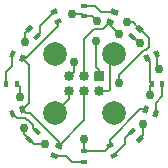
<source format=gtl>
G04 #@! TF.FileFunction,Copper,L1,Top,Signal*
%FSLAX46Y46*%
G04 Gerber Fmt 4.6, Leading zero omitted, Abs format (unit mm)*
G04 Created by KiCad (PCBNEW (2016-04-14 BZR 6691, Git 829fa97)-product) date Fri 15 Apr 2016 10:51:36 AM CEST*
%MOMM*%
%LPD*%
G01*
G04 APERTURE LIST*
%ADD10C,0.150000*%
%ADD11C,2.000000*%
%ADD12C,0.850000*%
%ADD13R,0.400000X0.600000*%
%ADD14R,0.600000X0.400000*%
%ADD15C,0.762000*%
%ADD16C,0.203200*%
G04 APERTURE END LIST*
D10*
G36*
X77341581Y-55634673D02*
X77895909Y-55864283D01*
X77742835Y-56233835D01*
X77188507Y-56004225D01*
X77341581Y-55634673D01*
X77341581Y-55634673D01*
G37*
G36*
X76997165Y-56466165D02*
X77551493Y-56695775D01*
X77398419Y-57065327D01*
X76844091Y-56835717D01*
X76997165Y-56466165D01*
X76997165Y-56466165D01*
G37*
G36*
X81205717Y-59134091D02*
X81435327Y-59688419D01*
X81065775Y-59841493D01*
X80836165Y-59287165D01*
X81205717Y-59134091D01*
X81205717Y-59134091D01*
G37*
G36*
X80374225Y-59478507D02*
X80603835Y-60032835D01*
X80234283Y-60185909D01*
X80004673Y-59631581D01*
X80374225Y-59478507D01*
X80374225Y-59478507D01*
G37*
G36*
X81345327Y-64321581D02*
X81115717Y-64875909D01*
X80746165Y-64722835D01*
X80975775Y-64168507D01*
X81345327Y-64321581D01*
X81345327Y-64321581D01*
G37*
G36*
X80513835Y-63977165D02*
X80284225Y-64531493D01*
X79914673Y-64378419D01*
X80144283Y-63824091D01*
X80513835Y-63977165D01*
X80513835Y-63977165D01*
G37*
G36*
X77875909Y-68145717D02*
X77321581Y-68375327D01*
X77168507Y-68005775D01*
X77722835Y-67776165D01*
X77875909Y-68145717D01*
X77875909Y-68145717D01*
G37*
G36*
X77531493Y-67314225D02*
X76977165Y-67543835D01*
X76824091Y-67174283D01*
X77378419Y-66944673D01*
X77531493Y-67314225D01*
X77531493Y-67314225D01*
G37*
G36*
X72688419Y-68415327D02*
X72134091Y-68185717D01*
X72287165Y-67816165D01*
X72841493Y-68045775D01*
X72688419Y-68415327D01*
X72688419Y-68415327D01*
G37*
G36*
X73032835Y-67583835D02*
X72478507Y-67354225D01*
X72631581Y-66984673D01*
X73185909Y-67214283D01*
X73032835Y-67583835D01*
X73032835Y-67583835D01*
G37*
G36*
X68834283Y-64895909D02*
X68604673Y-64341581D01*
X68974225Y-64188507D01*
X69203835Y-64742835D01*
X68834283Y-64895909D01*
X68834283Y-64895909D01*
G37*
G36*
X69665775Y-64551493D02*
X69436165Y-63997165D01*
X69805717Y-63844091D01*
X70035327Y-64398419D01*
X69665775Y-64551493D01*
X69665775Y-64551493D01*
G37*
G36*
X68614673Y-59708419D02*
X68844283Y-59154091D01*
X69213835Y-59307165D01*
X68984225Y-59861493D01*
X68614673Y-59708419D01*
X68614673Y-59708419D01*
G37*
G36*
X69446165Y-60052835D02*
X69675775Y-59498507D01*
X70045327Y-59651581D01*
X69815717Y-60205909D01*
X69446165Y-60052835D01*
X69446165Y-60052835D01*
G37*
G36*
X72074091Y-55844283D02*
X72628419Y-55614673D01*
X72781493Y-55984225D01*
X72227165Y-56213835D01*
X72074091Y-55844283D01*
X72074091Y-55844283D01*
G37*
G36*
X72418507Y-56675775D02*
X72972835Y-56446165D01*
X73125909Y-56815717D01*
X72571581Y-57045327D01*
X72418507Y-56675775D01*
X72418507Y-56675775D01*
G37*
D11*
X77500000Y-64500000D03*
X77500000Y-59500000D03*
X72500000Y-59500000D03*
X72500000Y-64500000D03*
D12*
X73730000Y-62635000D03*
X73730000Y-61365000D03*
X75000000Y-62635000D03*
X75000000Y-61365000D03*
X76270000Y-62635000D03*
D10*
G36*
X76579997Y-60940614D02*
X76592374Y-60942450D01*
X76604511Y-60945490D01*
X76616292Y-60949705D01*
X76627603Y-60955055D01*
X76638335Y-60961488D01*
X76648385Y-60968941D01*
X76657656Y-60977344D01*
X76666059Y-60986615D01*
X76673512Y-60996665D01*
X76679945Y-61007397D01*
X76685295Y-61018708D01*
X76689510Y-61030489D01*
X76692550Y-61042626D01*
X76694386Y-61055003D01*
X76695000Y-61067500D01*
X76695000Y-61662500D01*
X76694386Y-61674997D01*
X76692550Y-61687374D01*
X76689510Y-61699511D01*
X76685295Y-61711292D01*
X76679945Y-61722603D01*
X76673512Y-61733335D01*
X76666059Y-61743385D01*
X76657656Y-61752656D01*
X76648385Y-61761059D01*
X76638335Y-61768512D01*
X76627603Y-61774945D01*
X76616292Y-61780295D01*
X76604511Y-61784510D01*
X76592374Y-61787550D01*
X76579997Y-61789386D01*
X76567500Y-61790000D01*
X75972500Y-61790000D01*
X75960003Y-61789386D01*
X75947626Y-61787550D01*
X75935489Y-61784510D01*
X75923708Y-61780295D01*
X75912397Y-61774945D01*
X75901665Y-61768512D01*
X75891615Y-61761059D01*
X75882344Y-61752656D01*
X75873941Y-61743385D01*
X75866488Y-61733335D01*
X75860055Y-61722603D01*
X75854705Y-61711292D01*
X75850490Y-61699511D01*
X75847450Y-61687374D01*
X75845614Y-61674997D01*
X75845000Y-61662500D01*
X75845000Y-61067500D01*
X75845614Y-61055003D01*
X75847450Y-61042626D01*
X75850490Y-61030489D01*
X75854705Y-61018708D01*
X75860055Y-61007397D01*
X75866488Y-60996665D01*
X75873941Y-60986615D01*
X75882344Y-60977344D01*
X75891615Y-60968941D01*
X75901665Y-60961488D01*
X75912397Y-60955055D01*
X75923708Y-60949705D01*
X75935489Y-60945490D01*
X75947626Y-60942450D01*
X75960003Y-60940614D01*
X75972500Y-60940000D01*
X76567500Y-60940000D01*
X76579997Y-60940614D01*
X76579997Y-60940614D01*
G37*
G36*
X71321751Y-57897487D02*
X70897487Y-58321751D01*
X70614645Y-58038909D01*
X71038909Y-57614645D01*
X71321751Y-57897487D01*
X71321751Y-57897487D01*
G37*
G36*
X70685355Y-57261091D02*
X70261091Y-57685355D01*
X69978249Y-57402513D01*
X70402513Y-56978249D01*
X70685355Y-57261091D01*
X70685355Y-57261091D01*
G37*
D13*
X69300000Y-62000000D03*
X68400000Y-62000000D03*
D10*
G36*
X70897487Y-65678249D02*
X71321751Y-66102513D01*
X71038909Y-66385355D01*
X70614645Y-65961091D01*
X70897487Y-65678249D01*
X70897487Y-65678249D01*
G37*
G36*
X70261091Y-66314645D02*
X70685355Y-66738909D01*
X70402513Y-67021751D01*
X69978249Y-66597487D01*
X70261091Y-66314645D01*
X70261091Y-66314645D01*
G37*
D14*
X75000000Y-67700000D03*
X75000000Y-68600000D03*
D10*
G36*
X78678249Y-66102513D02*
X79102513Y-65678249D01*
X79385355Y-65961091D01*
X78961091Y-66385355D01*
X78678249Y-66102513D01*
X78678249Y-66102513D01*
G37*
G36*
X79314645Y-66738909D02*
X79738909Y-66314645D01*
X80021751Y-66597487D01*
X79597487Y-67021751D01*
X79314645Y-66738909D01*
X79314645Y-66738909D01*
G37*
D13*
X80700000Y-62000000D03*
X81600000Y-62000000D03*
D10*
G36*
X79102513Y-58321751D02*
X78678249Y-57897487D01*
X78961091Y-57614645D01*
X79385355Y-58038909D01*
X79102513Y-58321751D01*
X79102513Y-58321751D01*
G37*
G36*
X79738909Y-57685355D02*
X79314645Y-57261091D01*
X79597487Y-56978249D01*
X80021751Y-57402513D01*
X79738909Y-57685355D01*
X79738909Y-57685355D01*
G37*
D14*
X75000000Y-56300000D03*
X75000000Y-55400000D03*
D15*
X78600000Y-56800000D03*
X76050000Y-56678388D03*
X69550000Y-63100000D03*
X73950000Y-56100000D03*
X69950000Y-58500000D03*
X77914069Y-61921766D03*
X79729395Y-58558005D03*
X81285810Y-60799998D03*
X77950000Y-57800000D03*
X80600000Y-62950000D03*
X80000000Y-65450000D03*
X76000000Y-58350000D03*
X74950000Y-66650000D03*
X71700000Y-67100000D03*
X69900000Y-65750000D03*
X74100000Y-60200000D03*
D16*
X73730000Y-62635000D02*
X73730000Y-63270000D01*
X73730000Y-63270000D02*
X72500000Y-64500000D01*
X76270000Y-62635000D02*
X77015000Y-62635000D01*
X77015000Y-62635000D02*
X77150000Y-62500000D01*
X77150000Y-62500000D02*
X77150000Y-59850000D01*
X77150000Y-59850000D02*
X77500000Y-59500000D01*
X80435802Y-58099406D02*
X79951040Y-57614644D01*
X77914069Y-61291117D02*
X80031489Y-59173697D01*
X80435802Y-58929188D02*
X80435802Y-58099406D01*
X77914069Y-61921766D02*
X77914069Y-61291117D01*
X80191293Y-59173697D02*
X80435802Y-58929188D01*
X80031489Y-59173697D02*
X80191293Y-59173697D01*
X79951040Y-57614644D02*
X79668198Y-57331802D01*
X79136396Y-56800000D02*
X78600000Y-56800000D01*
X79668198Y-57331802D02*
X79136396Y-56800000D01*
X75671612Y-56300000D02*
X76050000Y-56678388D01*
X75000000Y-56300000D02*
X75671612Y-56300000D01*
X69550000Y-63100000D02*
X69550000Y-62250000D01*
X69550000Y-62250000D02*
X69300000Y-62000000D01*
X73950000Y-56100000D02*
X74800000Y-56100000D01*
X74800000Y-56100000D02*
X75000000Y-56300000D01*
X70331802Y-57331802D02*
X69950000Y-57713604D01*
X69950000Y-57713604D02*
X69950000Y-58500000D01*
X75000000Y-55400000D02*
X75900000Y-55400000D01*
X75900000Y-55400000D02*
X76434254Y-55934254D01*
X76434254Y-55934254D02*
X77542208Y-55934254D01*
X79031802Y-57968198D02*
X79621609Y-58558005D01*
X79621609Y-58558005D02*
X79729395Y-58558005D01*
X81135746Y-59487792D02*
X81135746Y-60649934D01*
X81135746Y-60649934D02*
X81285810Y-60799998D01*
X80304254Y-59832208D02*
X80600000Y-60127954D01*
X80600000Y-60127954D02*
X80600000Y-61900000D01*
X80600000Y-61900000D02*
X80700000Y-62000000D01*
X77197792Y-56765746D02*
X77197792Y-57047792D01*
X77197792Y-57047792D02*
X77950000Y-57800000D01*
X77197792Y-56765746D02*
X76599340Y-57364198D01*
X75000000Y-60763960D02*
X75000000Y-61365000D01*
X76599340Y-57364198D02*
X75820814Y-57364198D01*
X75000000Y-58185012D02*
X75000000Y-60763960D01*
X75820814Y-57364198D02*
X75000000Y-58185012D01*
X80600000Y-62950000D02*
X80600000Y-62100000D01*
X80600000Y-62100000D02*
X80700000Y-62000000D01*
X79668198Y-66668198D02*
X80000000Y-66336396D01*
X80000000Y-66336396D02*
X80000000Y-65450000D01*
X81045746Y-63604254D02*
X81600000Y-63050000D01*
X81600000Y-63050000D02*
X81600000Y-62000000D01*
X81045746Y-64522208D02*
X81045746Y-63604254D01*
X78450000Y-67147954D02*
X78450000Y-66613604D01*
X78450000Y-66613604D02*
X79031802Y-66031802D01*
X77522208Y-68075746D02*
X78450000Y-67147954D01*
X76000000Y-58888815D02*
X76000000Y-58350000D01*
X76000000Y-60570000D02*
X76000000Y-58888815D01*
X76270000Y-61365000D02*
X76270000Y-60840000D01*
X76270000Y-60840000D02*
X76000000Y-60570000D01*
X80214254Y-64177792D02*
X79753314Y-64177792D01*
X79753314Y-64177792D02*
X77177792Y-66753314D01*
X77177792Y-66753314D02*
X77177792Y-66927776D01*
X77177792Y-66927776D02*
X77177792Y-67244254D01*
X75000000Y-67700000D02*
X76722046Y-67700000D01*
X76722046Y-67700000D02*
X77177792Y-67244254D01*
X74950000Y-66650000D02*
X74950000Y-67650000D01*
X74950000Y-67650000D02*
X75000000Y-67700000D01*
X70331802Y-66668198D02*
X70763604Y-67100000D01*
X70763604Y-67100000D02*
X71700000Y-67100000D01*
X69900000Y-65750000D02*
X69900000Y-66236396D01*
X69900000Y-66236396D02*
X70331802Y-66668198D01*
X73465746Y-68115746D02*
X73950000Y-68600000D01*
X73950000Y-68600000D02*
X75000000Y-68600000D01*
X72487792Y-68115746D02*
X73465746Y-68115746D01*
X69945479Y-64904521D02*
X70105157Y-65064199D01*
X70105157Y-65064199D02*
X70229185Y-65064199D01*
X70229185Y-65064199D02*
X70685356Y-65520370D01*
X70685356Y-65748960D02*
X70968198Y-66031802D01*
X70685356Y-65520370D02*
X70685356Y-65748960D01*
X68904254Y-64542208D02*
X69266567Y-64904521D01*
X69266567Y-64904521D02*
X69945479Y-64904521D01*
X68914254Y-60485746D02*
X68400000Y-61000000D01*
X68400000Y-61000000D02*
X68400000Y-62000000D01*
X68914254Y-59507792D02*
X68914254Y-60485746D01*
X71251040Y-57048960D02*
X71293086Y-57048960D01*
X71293086Y-57048960D02*
X72427792Y-55914254D01*
X70968198Y-57968198D02*
X71251040Y-57685356D01*
X71251040Y-57685356D02*
X71251040Y-57048960D01*
X74100000Y-60200000D02*
X74100000Y-60995000D01*
X74100000Y-60995000D02*
X73730000Y-61365000D01*
X69745746Y-59852208D02*
X70300000Y-60406462D01*
X70300000Y-60406462D02*
X70300000Y-63633538D01*
X70300000Y-63633538D02*
X69959529Y-63974009D01*
X69959529Y-63974009D02*
X69735746Y-64197792D01*
X69745746Y-59852208D02*
X70062224Y-59852208D01*
X70062224Y-59852208D02*
X72772208Y-57142224D01*
X72772208Y-57142224D02*
X72772208Y-57062224D01*
X72772208Y-57062224D02*
X72772208Y-56745746D01*
X69735746Y-64197792D02*
X70036066Y-64498112D01*
X70036066Y-64498112D02*
X70362544Y-64498112D01*
X70362544Y-64498112D02*
X72832208Y-66967776D01*
X72832208Y-66967776D02*
X72832208Y-67284254D01*
X75000000Y-62635000D02*
X75000000Y-65116462D01*
X75000000Y-65116462D02*
X72832208Y-67284254D01*
M02*

</source>
